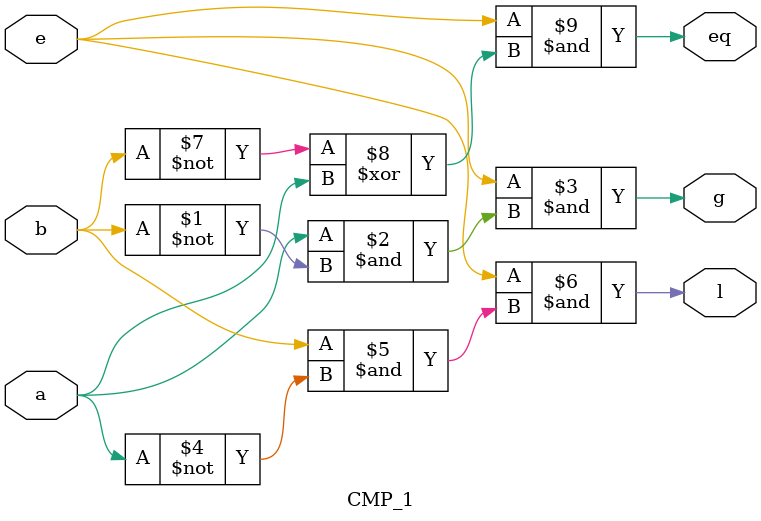
<source format=v>
`timescale 1ns / 1ps
module CMP_1(
    input e,
    input a,b,
    output g,eq,l
    );
    assign g=e&(a&~b);
    assign l=e&(b&~a);
    assign eq=e&(~b^a);
endmodule

</source>
